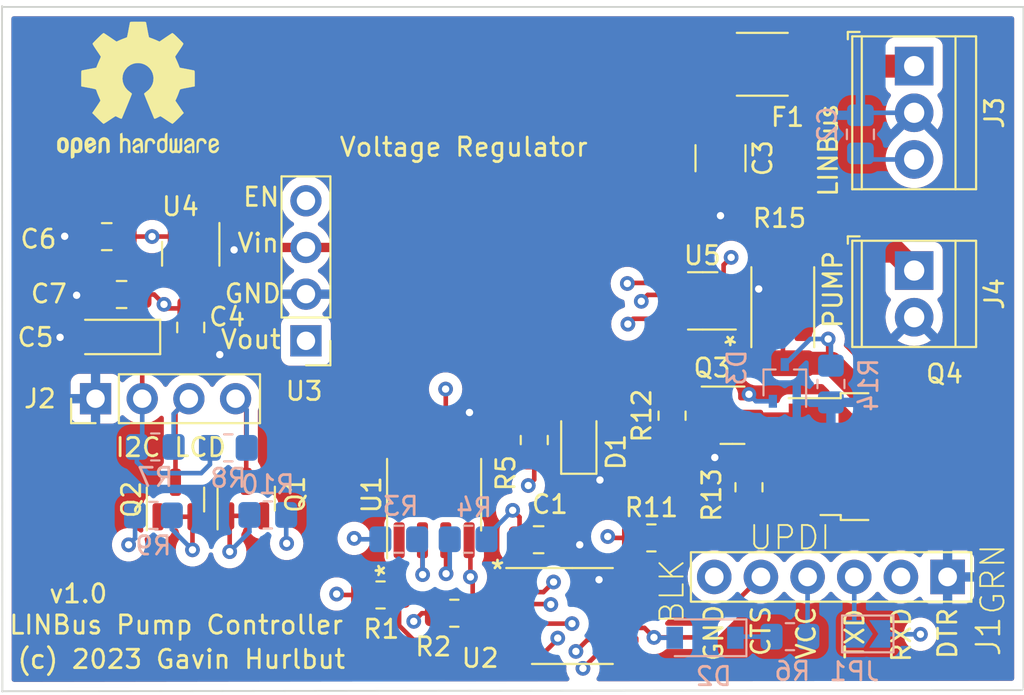
<source format=kicad_pcb>
(kicad_pcb (version 20211014) (generator pcbnew)
  (title_block (title "LINBus Pump Controller") (date "2023-03-02") (rev "1.0") (company "Gavin Hurlbut"))
  (layers (0 "F.Cu" signal) (1 "In1.Cu" signal) (2 "In2.Cu" signal) (31 "B.Cu" signal) (34 "B.Paste" user) (35 "F.Paste" user) (36 "B.SilkS" user "B.Silkscreen") (37 "F.SilkS" user "F.Silkscreen") (38 "B.Mask" user) (39 "F.Mask" user) (44 "Edge.Cuts" user))
  (net 0 "")
  (net 1 "GND")
  (net 2 "+5V")
  (net 3 "LIN")
  (net 4 "TXD")
  (net 5 "RXD")
  (net 6 "~{LIN_SLP}")
  (net 7 "~{LIN_WAKE}")
  (net 8 "+12V")
  (net 9 "UPDI")
  (net 10 "+BATT")
  (net 12 "Net-(J1-Pad3)")
  (net 13 "+3V3")
  (net 14 "SCL5V")
  (net 15 "SDA5V")
  (net 16 "Net-(J1-Pad4)")
  (net 18 "Net-(R5-Pad1)")
  (net 19 "Net-(D1-Pad2)")
  (net 20 "Net-(D2-Pad1)")
  (net 21 "PUMP+")
  (net 22 "PUMP_EN")
  (net 25 "~{RESET}")
  (net 27 "Net-(Q3-Pad1)")
  (net 28 "Net-(Q3-Pad3)")
  (net 29 "SCL")
  (net 30 "SDA")
  (net 31 "Net-(U5-Pad1)")
  (footprint "Resistor_SMD:R_0805_2012Metric_Pad1.20x1.40mm_HandSolder" (layer "F.Cu") (at 215.71 86.92 90)
    (fp_text reference "R13" (at -0.42 -2.03 90) (layer "F.SilkS"))
    (fp_text value "10k")
    (pad "1" smd roundrect (at -1 0 90) (size 1.2 1.4) (layers "F.Cu" "F.Paste" "F.Mask") (roundrect_rratio 0.2083333333) (net 8 "+12V"))
    (pad "2" smd roundrect (at 1 0 90) (size 1.2 1.4) (layers "F.Cu" "F.Paste" "F.Mask") (roundrect_rratio 0.2083333333) (net 28 "Net-(Q3-Pad3)"))
  )
  (footprint "Connector_PinHeader_2.54mm:PinHeader_1x04_P2.54mm_Vertical" (layer "F.Cu") (at 180.15 82.1 90)
    (fp_text reference "J2" (at 0 -3.025 180) (layer "F.SilkS"))
    (fp_text value "I2C LCD")
    (pad "1" thru_hole rect (at 0 0 90) (size 1.7 1.7) (drill 1) (layers *.Cu *.Mask) (net 1 "GND"))
    (pad "2" thru_hole oval (at 0 2.54 90) (size 1.7 1.7) (drill 1) (layers *.Cu *.Mask) (net 2 "+5V"))
    (pad "3" thru_hole oval (at 0 5.08 90) (size 1.7 1.7) (drill 1) (layers *.Cu *.Mask) (net 15 "SDA5V"))
    (pad "4" thru_hole oval (at 0 7.62 90) (size 1.7 1.7) (drill 1) (layers *.Cu *.Mask) (net 14 "SCL5V"))
  )
  (footprint "Package_SO:SOIC-8_3.9x4.9mm_P1.27mm" (layer "F.Cu") (at 198.575 87.325 90)
    (fp_text reference "U1" (at 0 -3.4 90) (layer "F.SilkS"))
    (fp_text value "TJA1021T")
    (fp_text user "*" (at -4.125 -2.625 90 unlocked) (layer "F.SilkS"))
    (pad "1" smd roundrect (at -2.475 -1.905 90) (size 1.95 0.6) (layers "F.Cu" "F.Paste" "F.Mask") (net 5 "RXD"))
    (pad "2" smd roundrect (at -2.475 -0.635 90) (size 1.95 0.6) (layers "F.Cu" "F.Paste" "F.Mask") (net 6 "~{LIN_SLP}"))
    (pad "3" smd roundrect (at -2.475 0.635 90) (size 1.95 0.6) (layers "F.Cu" "F.Paste" "F.Mask") (net 7 "~{LIN_WAKE}"))
    (pad "4" smd roundrect (at -2.475 1.905 90) (size 1.95 0.6) (layers "F.Cu" "F.Paste" "F.Mask") (net 4 "TXD"))
    (pad "5" smd roundrect (at 2.475 1.905 90) (size 1.95 0.6) (layers "F.Cu" "F.Paste" "F.Mask") (net 1 "GND"))
    (pad "6" smd roundrect (at 2.475 0.635 90) (size 1.95 0.6) (layers "F.Cu" "F.Paste" "F.Mask") (net 3 "LIN"))
    (pad "7" smd roundrect (at 2.475 -0.635 90) (size 1.95 0.6) (layers "F.Cu" "F.Paste" "F.Mask") (net 8 "+12V"))
    (pad "8" smd roundrect (at 2.475 -1.905 90) (size 1.95 0.6) (layers "F.Cu" "F.Paste" "F.Mask"))
  )
  (footprint "Package_TO_SOT_SMD:SOT-23" (layer "F.Cu") (at 188.35 87.5375 90)
    (fp_text reference "Q1" (at 0.2375 2.675 90) (layer "F.SilkS"))
    (fp_text value "2N7002")
    (pad "1" smd roundrect (at -0.9375 -0.95 90) (size 1.475 0.6) (layers "F.Cu" "F.Paste" "F.Mask") (net 29 "SCL"))
    (pad "2" smd roundrect (at -0.9375 0.95 90) (size 1.475 0.6) (layers "F.Cu" "F.Paste" "F.Mask") (net 29 "SCL"))
    (pad "3" smd roundrect (at 0.9375 0 90) (size 1.475 0.6) (layers "F.Cu" "F.Paste" "F.Mask") (net 14 "SCL5V"))
  )
  (footprint "Package_SO:TSSOP-14_4.4x5mm_P0.65mm" (layer "F.Cu") (at 206.1 93.925)
    (fp_text reference "U2" (at -5.02 2.295) (layer "F.SilkS"))
    (fp_text value "ATtiny824-X")
    (fp_text user "*" (at -4.075 -2.5 unlocked) (layer "F.SilkS"))
    (pad "1" smd roundrect (at -2.8625 -1.95) (size 1.475 0.4) (layers "F.Cu" "F.Paste" "F.Mask") (net 13 "+3V3"))
    (pad "2" smd roundrect (at -2.8625 -1.3) (size 1.475 0.4) (layers "F.Cu" "F.Paste" "F.Mask") (net 6 "~{LIN_SLP}"))
    (pad "3" smd roundrect (at -2.8625 -0.65) (size 1.475 0.4) (layers "F.Cu" "F.Paste" "F.Mask") (net 7 "~{LIN_WAKE}"))
    (pad "4" smd roundrect (at -2.8625 0) (size 1.475 0.4) (layers "F.Cu" "F.Paste" "F.Mask"))
    (pad "5" smd roundrect (at -2.8625 0.65) (size 1.475 0.4) (layers "F.Cu" "F.Paste" "F.Mask") (net 18 "Net-(R5-Pad1)"))
    (pad "6" smd roundrect (at -2.8625 1.3) (size 1.475 0.4) (layers "F.Cu" "F.Paste" "F.Mask") (net 5 "RXD"))
    (pad "7" smd roundrect (at -2.8625 1.95) (size 1.475 0.4) (layers "F.Cu" "F.Paste" "F.Mask") (net 4 "TXD"))
    (pad "8" smd roundrect (at 2.8625 1.95) (size 1.475 0.4) (layers "F.Cu" "F.Paste" "F.Mask") (net 30 "SDA"))
    (pad "9" smd roundrect (at 2.8625 1.3) (size 1.475 0.4) (layers "F.Cu" "F.Paste" "F.Mask") (net 29 "SCL"))
    (pad "10" smd roundrect (at 2.8625 0.65) (size 1.475 0.4) (layers "F.Cu" "F.Paste" "F.Mask") (net 9 "UPDI"))
    (pad "11" smd roundrect (at 2.8625 0) (size 1.475 0.4) (layers "F.Cu" "F.Paste" "F.Mask") (net 22 "PUMP_EN"))
    (pad "12" smd roundrect (at 2.8625 -0.65) (size 1.475 0.4) (layers "F.Cu" "F.Paste" "F.Mask"))
    (pad "13" smd roundrect (at 2.8625 -1.3) (size 1.475 0.4) (layers "F.Cu" "F.Paste" "F.Mask") (net 25 "~{RESET}"))
    (pad "14" smd roundrect (at 2.8625 -1.95) (size 1.475 0.4) (layers "F.Cu" "F.Paste" "F.Mask") (net 1 "GND"))
  )
  (footprint "Resistor_SMD:R_0805_2012Metric_Pad1.20x1.40mm_HandSolder" (layer "F.Cu") (at 195.66 92.78)
    (fp_text reference "R1" (at 0.04 1.86) (layer "F.SilkS"))
    (fp_text value "10k")
    (pad "1" smd roundrect (at -1 0) (size 1.2 1.4) (layers "F.Cu" "F.Paste" "F.Mask") (roundrect_rratio 0.2083333333) (net 13 "+3V3"))
    (pad "2" smd roundrect (at 1 0) (size 1.2 1.4) (layers "F.Cu" "F.Paste" "F.Mask") (roundrect_rratio 0.2083333333) (net 5 "RXD"))
  )
  (footprint "Capacitor_SMD:C_0805_2012Metric_Pad1.18x1.45mm_HandSolder" (layer "F.Cu") (at 204.2625 89.775 180)
    (fp_text reference "C1" (at -0.6125 1.925) (layer "F.SilkS"))
    (fp_text value "100nF")
    (pad "1" smd roundrect (at -1.0375 0 180) (size 1.175 1.45) (layers "F.Cu" "F.Paste" "F.Mask") (roundrect_rratio 0.2127659574) (net 1 "GND"))
    (pad "2" smd roundrect (at 1.0375 0 180) (size 1.175 1.45) (layers "F.Cu" "F.Paste" "F.Mask") (roundrect_rratio 0.2127659574) (net 13 "+3V3"))
  )
  (footprint "Resistor_SMD:R_0805_2012Metric_Pad1.20x1.40mm_HandSolder" (layer "F.Cu") (at 204.025 84.35 90)
    (fp_text reference "R5" (at -1.8 -1.55 90) (layer "F.SilkS"))
    (fp_text value "330")
    (pad "1" smd roundrect (at -1 0 90) (size 1.2 1.4) (layers "F.Cu" "F.Paste" "F.Mask") (roundrect_rratio 0.2083333333) (net 18 "Net-(R5-Pad1)"))
    (pad "2" smd roundrect (at 1 0 90) (size 1.2 1.4) (layers "F.Cu" "F.Paste" "F.Mask") (roundrect_rratio 0.2083333333) (net 19 "Net-(D1-Pad2)"))
  )
  (footprint "Package_TO_SOT_SMD:SOT-23" (layer "F.Cu") (at 185.33 74.2125 -90)
    (fp_text reference "U4" (at -2.5725 0.56 180) (layer "F.SilkS"))
    (fp_text value "MCP1754S-3302xCB")
    (pad "1" smd roundrect (at -0.9375 -0.95 270) (size 1.475 0.6) (layers "F.Cu" "F.Paste" "F.Mask") (net 1 "GND"))
    (pad "2" smd roundrect (at -0.9375 0.95 270) (size 1.475 0.6) (layers "F.Cu" "F.Paste" "F.Mask") (net 13 "+3V3"))
    (pad "3" smd roundrect (at 0.9375 0 270) (size 1.475 0.6) (layers "F.Cu" "F.Paste" "F.Mask") (net 2 "+5V"))
  )
  (footprint "Capacitor_SMD:C_1210_3225Metric_Pad1.33x2.70mm_HandSolder" (layer "F.Cu") (at 214.16 69.0125 -90)
    (fp_text reference "C3" (at 0 -2.3 90) (layer "F.SilkS"))
    (fp_text value "10uF 100V")
    (pad "1" smd roundrect (at -1.5625 0 270) (size 1.325 2.7) (layers "F.Cu" "F.Paste" "F.Mask") (roundrect_rratio 0.1886792453) (net 8 "+12V"))
    (pad "2" smd roundrect (at 1.5625 0 270) (size 1.325 2.7) (layers "F.Cu" "F.Paste" "F.Mask") (roundrect_rratio 0.1886792453) (net 1 "GND"))
  )
  (footprint "Capacitor_SMD:C_0805_2012Metric_Pad1.18x1.45mm_HandSolder" (layer "F.Cu") (at 180.76 73.28 180)
    (fp_text reference "C6" (at 3.72 -0.13) (layer "F.SilkS"))
    (fp_text value "1uF")
    (pad "1" smd roundrect (at -1.0375 0 180) (size 1.175 1.45) (layers "F.Cu" "F.Paste" "F.Mask") (roundrect_rratio 0.2127659574) (net 13 "+3V3"))
    (pad "2" smd roundrect (at 1.0375 0 180) (size 1.175 1.45) (layers "F.Cu" "F.Paste" "F.Mask") (roundrect_rratio 0.2127659574) (net 1 "GND"))
  )
  (footprint "Resistor_SMD:R_0805_2012Metric_Pad1.20x1.40mm_HandSolder" (layer "F.Cu") (at 210.4 89.675)
    (fp_text reference "R11" (at 0 -1.65) (layer "F.SilkS"))
    (fp_text value "10k")
    (pad "1" smd roundrect (at -1 0) (size 1.2 1.4) (layers "F.Cu" "F.Paste" "F.Mask") (roundrect_rratio 0.2083333333) (net 13 "+3V3"))
    (pad "2" smd roundrect (at 1 0) (size 1.2 1.4) (layers "F.Cu" "F.Paste" "F.Mask") (roundrect_rratio 0.2083333333) (net 22 "PUMP_EN"))
  )
  (footprint "Capacitor_SMD:C_0805_2012Metric_Pad1.18x1.45mm_HandSolder" (layer "F.Cu") (at 185.33 78.2225 -90)
    (fp_text reference "C4" (at -0.5725 -1.98 180) (layer "F.SilkS"))
    (fp_text value "1uF")
    (pad "1" smd roundrect (at -1.0375 0 270) (size 1.175 1.45) (layers "F.Cu" "F.Paste" "F.Mask") (roundrect_rratio 0.2127659574) (net 2 "+5V"))
    (pad "2" smd roundrect (at 1.0375 0 270) (size 1.175 1.45) (layers "F.Cu" "F.Paste" "F.Mask") (roundrect_rratio 0.2127659574) (net 1 "GND"))
  )
  (footprint "Capacitor_SMD:C_0805_2012Metric_Pad1.18x1.45mm_HandSolder" (layer "F.Cu") (at 181.5675 76.43 180)
    (fp_text reference "C7" (at 3.9575 0.04) (layer "F.SilkS"))
    (fp_text value "10uF")
    (pad "1" smd roundrect (at -1.0375 0 180) (size 1.175 1.45) (layers "F.Cu" "F.Paste" "F.Mask") (roundrect_rratio 0.2127659574) (net 2 "+5V"))
    (pad "2" smd roundrect (at 1.0375 0 180) (size 1.175 1.45) (layers "F.Cu" "F.Paste" "F.Mask") (roundrect_rratio 0.2127659574) (net 1 "GND"))
  )
  (footprint "TerminalBlock_TE-Connectivity:TerminalBlock_TE_282834-2_1x02_P2.54mm_Horizontal" (layer "F.Cu") (at 224.7 75.125 -90)
    (fp_text reference "J4" (at 1.27 -4.37 90) (layer "F.SilkS"))
    (fp_text value "PUMP" (at 1.035 4.42 90) (layer "F.SilkS"))
    (pad "1" thru_hole rect (at 0 0 270) (size 2.1 2.1) (drill 1.1) (layers *.Cu *.Mask) (net 21 "PUMP+"))
    (pad "2" thru_hole circle (at 2.54 0 270) (size 2.1 2.1) (drill 1.1) (layers *.Cu *.Mask) (net 1 "GND"))
  )
  (footprint "Beirdo:Switching_Regulator_Module" (layer "F.Cu") (at 191.6277 79.0474 180)
    (fp_text reference "U3" (at 0.127 -2.6416 180) (layer "F.SilkS"))
    (fp_text value "Voltage Regulator" (at -8.5598 10.6426 180) (layer "F.SilkS"))
    (fp_text user "Vout" (at 3.0277 0.1724 180) (layer "F.SilkS"))
    (fp_text user "EN" (at 2.4638 7.9248 180) (layer "F.SilkS"))
    (fp_text user "Vin" (at 2.6277 5.4224 180) (layer "F.SilkS"))
    (fp_text user "GND" (at 2.921 2.667 180) (layer "F.SilkS"))
    (pad "1" thru_hole rect (at 0.0277 0.0974 180) (size 1.7 1.7) (drill 1) (layers *.Cu *.Mask) (net 2 "+5V"))
    (pad "2" thru_hole oval (at 0.0277 2.6374 180) (size 1.7 1.7) (drill 1) (layers *.Cu *.Mask) (net 1 "GND"))
    (pad "3" thru_hole oval (at 0.0277 5.1774 180) (size 1.7 1.7) (drill 1) (layers *.Cu *.Mask) (net 8 "+12V"))
    (pad "4" thru_hole oval (at 0.0277 7.7174 180) (size 1.7 1.7) (drill 1) (layers *.Cu *.Mask))
  )
  (footprint "Resistor_SMD:R_1812_4532Metric_Pad1.30x3.40mm_HandSolder" (layer "F.Cu") (at 216.435 63.9 180)
    (fp_text reference "F1" (at -1.375 -2.88) (layer "F.SilkS"))
    (fp_text value "3A Polyfuse")
    (pad "1" smd roundrect (at -2.225 0 180) (size 1.3 3.4) (layers "F.Cu" "F.Paste" "F.Mask") (roundrect_rratio 0.1923076923) (net 10 "+BATT"))
    (pad "2" smd roundrect (at 2.225 0 180) (size 1.3 3.4) (layers "F.Cu" "F.Paste" "F.Mask") (roundrect_rratio 0.1923076923) (net 8 "+12V"))
  )
  (footprint "LED_SMD:LED_0805_2012Metric_Pad1.15x1.40mm_HandSolder" (layer "F.Cu") (at 206.45 84.325 90)
    (fp_text reference "D1" (at -0.675 2.025 90) (layer "F.SilkS"))
    (fp_text value "LED")
    (pad "1" smd roundrect (at -1.025 0 90) (size 1.15 1.4) (layers "F.Cu" "F.Paste" "F.Mask") (roundrect_rratio 0.2173913043) (net 1 "GND"))
    (pad "2" smd roundrect (at 1.025 0 90) (size 1.15 1.4) (layers "F.Cu" "F.Paste" "F.Mask") (roundrect_rratio 0.2173913043) (net 19 "Net-(D1-Pad2)"))
  )
  (footprint "Capacitor_Tantalum_SMD:CP_EIA-3216-10_Kemet-I_Pad1.58x1.35mm_HandSolder" (layer "F.Cu") (at 181.1825 78.74 180)
    (fp_text reference "C5" (at 4.3025 -0.02) (layer "F.SilkS"))
    (fp_text value "100uF Ta 6V")
    (pad "1" smd roundrect (at -1.4375 0 180) (size 1.575 1.35) (layers "F.Cu" "F.Paste" "F.Mask") (roundrect_rratio 0.1851851852) (net 2 "+5V"))
    (pad "2" smd roundrect (at 1.4375 0 180) (size 1.575 1.35) (layers "F.Cu" "F.Paste" "F.Mask") (roundrect_rratio 0.1851851852) (net 1 "GND"))
  )
  (footprint "Package_TO_SOT_SMD:SOT-23" (layer "F.Cu") (at 214.8125 83)
    (fp_text reference "Q3" (at -1.1125 -2.575) (layer "F.SilkS"))
    (fp_text value "2N7002")
    (pad "1" smd roundrect (at -0.9375 -0.95) (size 1.475 0.6) (layers "F.Cu" "F.Paste" "F.Mask") (net 27 "Net-(Q3-Pad1)"))
    (pad "2" smd roundrect (at -0.9375 0.95) (size 1.475 0.6) (layers "F.Cu" "F.Paste" "F.Mask") (net 1 "GND"))
    (pad "3" smd roundrect (at 0.9375 0) (size 1.475 0.6) (layers "F.Cu" "F.Paste" "F.Mask") (net 28 "Net-(Q3-Pad3)"))
  )
  (footprint "Package_TO_SOT_SMD:TO-252-2" (layer "F.Cu") (at 223.175 85.25)
    (fp_text reference "Q4" (at 3.175 -4.5) (layer "F.SilkS"))
    (fp_text value "SUD50P04-08")
    (pad "1" smd rect (at -4.2 -2.28) (size 2.2 1.2) (layers "F.Cu" "F.Paste" "F.Mask") (net 28 "Net-(Q3-Pad3)"))
    (pad "2" smd rect (at 2.1 0) (size 6.4 5.8) (layers "F.Cu" "F.Mask") (net 31 "Net-(U5-Pad1)"))
    (pad "3" smd rect (at -4.2 2.28) (size 2.2 1.2) (layers "F.Cu" "F.Paste" "F.Mask") (net 8 "+12V"))
  )
  (footprint "TerminalBlock_TE-Connectivity:TerminalBlock_TE_282834-3_1x03_P2.54mm_Horizontal" (layer "F.Cu") (at 224.7 64 -90)
    (fp_text reference "J3" (at 2.54 -4.37 90) (layer "F.SilkS"))
    (fp_text value "LINBus")
    (pad "1" thru_hole rect (at 0 0 270) (size 2.1 2.1) (drill 1.1) (layers *.Cu *.Mask) (net 10 "+BATT"))
    (pad "2" thru_hole circle (at 2.54 0 270) (size 2.1 2.1) (drill 1.1) (layers *.Cu *.Mask) (net 1 "GND"))
    (pad "3" thru_hole circle (at 5.08 0 270) (size 2.1 2.1) (drill 1.1) (layers *.Cu *.Mask) (net 3 "LIN"))
  )
  (footprint "Resistor_SMD:R_0805_2012Metric_Pad1.20x1.40mm_HandSolder" (layer "F.Cu") (at 211.525 83.025 90)
    (fp_text reference "R12" (at 0 -1.65 90) (layer "F.SilkS"))
    (fp_text value "10R")
    (pad "1" smd roundrect (at -1 0 90) (size 1.2 1.4) (layers "F.Cu" "F.Paste" "F.Mask") (roundrect_rratio 0.2083333333) (net 22 "PUMP_EN"))
    (pad "2" smd roundrect (at 1 0 90) (size 1.2 1.4) (layers "F.Cu" "F.Paste" "F.Mask") (roundrect_rratio 0.2083333333) (net 27 "Net-(Q3-Pad1)"))
  )
  (footprint "Package_TO_SOT_SMD:SOT-23" (layer "F.Cu") (at 184.5 87.5875 90)
    (fp_text reference "Q2" (at 0 -2.4 90) (layer "F.SilkS"))
    (fp_text value "2N7002")
    (pad "1" smd roundrect (at -0.9375 -0.95 90) (size 1.475 0.6) (layers "F.Cu" "F.Paste" "F.Mask") (net 30 "SDA"))
    (pad "2" smd roundrect (at -0.9375 0.95 90) (size 1.475 0.6) (layers "F.Cu" "F.Paste" "F.Mask") (net 30 "SDA"))
    (pad "3" smd roundrect (at 0.9375 0 90) (size 1.475 0.6) (layers "F.Cu" "F.Paste" "F.Mask") (net 15 "SDA5V"))
  )
  (footprint "Resistor_SMD:R_0805_2012Metric_Pad1.20x1.40mm_HandSolder" (layer "F.Cu") (at 199.675 93.775)
    (fp_text reference "R2" (at -1.145 1.825) (layer "F.SilkS"))
    (fp_text value "10k")
    (pad "1" smd roundrect (at -1 0) (size 1.2 1.4) (layers "F.Cu" "F.Paste" "F.Mask") (roundrect_rratio 0.2083333333) (net 13 "+3V3"))
    (pad "2" smd roundrect (at 1 0) (size 1.2 1.4) (layers "F.Cu" "F.Paste" "F.Mask") (roundrect_rratio 0.2083333333) (net 4 "TXD"))
  )
  (footprint "Resistor_SMD:R_2512_6332Metric_Pad1.40x3.35mm_HandSolder" (layer "F.Cu") (at 217.55 77.12 -90)
    (fp_text reference "R15" (at -4.84 0.18 180) (layer "F.SilkS"))
    (fp_text value "100m 1% 2W")
    (pad "1" smd roundrect (at -3.05 0 270) (size 1.4 3.35) (layers "F.Cu" "F.Paste" "F.Mask") (roundrect_rratio 0.1785707143) (net 21 "PUMP+"))
    (pad "2" smd roundrect (at 3.05 0 270) (size 1.4 3.35) (layers "F.Cu" "F.Paste" "F.Mask") (roundrect_rratio 0.1785707143) (net 31 "Net-(U5-Pad1)"))
  )
  (footprint "Package_TO_SOT_SMD:SOT-23-8" (layer "F.Cu") (at 213.1925 76.775 180)
    (fp_text reference "U5" (at 0.0225 2.465) (layer "F.SilkS"))
    (fp_text value "INA219BxDCN")
    (fp_text user "*" (at -1.4975 -1.855 180 unlocked) (layer "F.SilkS"))
    (pad "1" smd roundrect (at -1.1375 -0.975 180) (size 1.325 0.5) (layers "F.Cu" "F.Paste" "F.Mask") (net 31 "Net-(U5-Pad1)"))
    (pad "2" smd roundrect (at -1.1375 -0.325 180) (size 1.325 0.5) (layers "F.Cu" "F.Paste" "F.Mask") (net 21 "PUMP+"))
    (pad "3" smd roundrect (at -1.1375 0.325 180) (size 1.325 0.5) (layers "F.Cu" "F.Paste" "F.Mask") (net 1 "GND"))
    (pad "4" smd roundrect (at -1.1375 0.975 180) (size 1.325 0.5) (layers "F.Cu" "F.Paste" "F.Mask") (net 13 "+3V3"))
    (pad "5" smd roundrect (at 1.1375 0.975 180) (size 1.325 0.5) (layers "F.Cu" "F.Paste" "F.Mask") (net 29 "SCL"))
    (pad "6" smd roundrect (at 1.1375 0.325 180) (size 1.325 0.5) (layers "F.Cu" "F.Paste" "F.Mask") (net 30 "SDA"))
    (pad "7" smd roundrect (at 1.1375 -0.325 180) (size 1.325 0.5) (layers "F.Cu" "F.Paste" "F.Mask") (net 29 "SCL"))
    (pad "8" smd roundrect (at 1.1375 -0.975 180) (size 1.325 0.5) (layers "F.Cu" "F.Paste" "F.Mask") (net 29 "SCL"))
  )
  (footprint "Symbol:OSHW-Logo2_9.8x8mm_SilkScreen" (layer "F.Cu") (at 182.46 65.3)
    (fp_text reference "REF**" hide)
    (fp_text value "OSHW-Logo2_9.8x8mm_SilkScreen" hide)
  )
  (footprint "Beirdo:FTDI-TARGET" (layer "F.Cu") (at 226.52 91.8 180)
    (fp_text reference "J1" (at -2.22 -3.24 270) (layer "F.SilkS") (effects (font (size 1.27 1.27) (thickness 0.127))))
    (fp_text value "UPDI" (at 8.59 2.14 180) (layer "F.SilkS") (effects (font (size 1.27 1.27) (thickness 0.1016))))
    (fp_text user "DTR" (at 0 -3.0734 270) (layer "F.SilkS"))
    (fp_text user "RXD" (at 2.5146 -3.1496 270) (layer "F.SilkS"))
    (fp_text user "GRN" (at -2.46 -0.13 90) (layer "F.SilkS") (effects (font (size 1.27 1.27) (thickness 0.1016))))
    (fp_text user "CTS" (at 10.16 -2.9464 270) (layer "F.SilkS"))
    (fp_text user "TXD" (at 5.0546 -3.0988 270) (layer "F.SilkS"))
    (fp_text user "BLK" (at 15 -0.79 90) (layer "F.SilkS") (effects (font (size 1.27 1.27) (thickness 0.1016))))
    (fp_text user "GND" (at 12.7254 -3.048 270) (layer "F.SilkS"))
    (fp_text user "VCC" (at 7.6962 -3.048 270) (layer "F.SilkS"))
    (pad "1" thru_hole rect (at 0 0 180) (size 1.8796 1.8796) (drill 1.016) (layers *.Cu *.Paste *.Mask) (net 1 "GND"))
    (pad "2" thru_hole circle (at 2.54 0 180) (size 1.8796 1.8796) (drill 1.016) (layers *.Cu *.Paste *.Mask))
    (pad "3" thru_hole circle (at 5.08 0 180) (size 1.8796 1.8796) (drill 1.016) (layers *.Cu *.Paste *.Mask) (net 12 "Net-(J1-Pad3)"))
    (pad "4" thru_hole circle (at 7.62 0 180) (size 1.8796 1.8796) (drill 1.016) (layers *.Cu *.Paste *.Mask) (net 16 "Net-(J1-Pad4)"))
    (pad "5" thru_hole circle (at 10.16 0 180) (size 1.8796 1.8796) (drill 1.016) (layers *.Cu *.Paste *.Mask) (net 9 "UPDI"))
    (pad "6" thru_hole circle (at 12.7 0 180) (size 1.8796 1.8796) (drill 1.016) (layers *.Cu *.Paste *.Mask))
  )
  (footprint "Resistor_SMD:R_0805_2012Metric_Pad1.20x1.40mm_HandSolder" (layer "B.Cu") (at 217.94 95.05)
    (fp_text reference "R6" (at 0.13 1.88 180) (layer "B.SilkS") (effects (justify mirror)))
    (fp_text value "470R")
    (pad "1" smd roundrect (at -1 0) (size 1.2 1.4) (layers "B.Cu" "B.Paste" "B.Mask") (roundrect_rratio 0.2083333333) (net 20 "Net-(D2-Pad1)"))
    (pad "2" smd roundrect (at 1 0) (size 1.2 1.4) (layers "B.Cu" "B.Paste" "B.Mask") (roundrect_rratio 0.2083333333) (net 16 "Net-(J1-Pad4)"))
  )
  (footprint "Resistor_SMD:R_0805_2012Metric_Pad1.20x1.40mm_HandSolder" (layer "B.Cu") (at 196.65 89.75)
    (fp_text reference "R3" (at 0.1 -1.8) (layer "B.SilkS") (effects (justify mirror)))
    (fp_text value "10k")
    (pad "1" smd roundrect (at -1 0) (size 1.2 1.4) (layers "B.Cu" "B.Paste" "B.Mask") (roundrect_rratio 0.2083333333) (net 13 "+3V3"))
    (pad "2" smd roundrect (at 1 0) (size 1.2 1.4) (layers "B.Cu" "B.Paste" "B.Mask") (roundrect_rratio 0.2083333333) (net 6 "~{LIN_SLP}"))
  )
  (footprint "Resistor_SMD:R_0805_2012Metric_Pad1.20x1.40mm_HandSolder" (layer "B.Cu") (at 183.4 84.725)
    (fp_text reference "R7" (at 0 1.65) (layer "B.SilkS") (effects (justify mirror)))
    (fp_text value "10k")
    (pad "1" smd roundrect (at -1 0) (size 1.2 1.4) (layers "B.Cu" "B.Paste" "B.Mask") (roundrect_rratio 0.2083333333) (net 2 "+5V"))
    (pad "2" smd roundrect (at 1 0) (size 1.2 1.4) (layers "B.Cu" "B.Paste" "B.Mask") (roundrect_rratio 0.2083333333) (net 15 "SDA5V"))
  )
  (footprint "Resistor_SMD:R_0805_2012Metric_Pad1.20x1.40mm_HandSolder" (layer "B.Cu") (at 200.425 89.75 180)
    (fp_text reference "R4" (at -0.325 1.725) (layer "B.SilkS") (effects (justify mirror)))
    (fp_text value "10k")
    (pad "1" smd roundrect (at -1 0 180) (size 1.2 1.4) (layers "B.Cu" "B.Paste" "B.Mask") (roundrect_rratio 0.2083333333) (net 13 "+3V3"))
    (pad "2" smd roundrect (at 1 0 180) (size 1.2 1.4) (layers "B.Cu" "B.Paste" "B.Mask") (roundrect_rratio 0.2083333333) (net 7 "~{LIN_WAKE}"))
  )
  (footprint "Capacitor_SMD:C_0805_2012Metric_Pad1.18x1.45mm_HandSolder" (layer "B.Cu") (at 221.775 67.7125 90)
    (fp_text reference "C2" (at 0.5375 -1.8 90) (layer "B.SilkS") (effects (justify mirror)))
    (fp_text value "220pF")
    (pad "1" smd roundrect (at -1.0375 0 90) (size 1.175 1.45) (layers "B.Cu" "B.Paste" "B.Mask") (roundrect_rratio 0.2127659574) (net 3 "LIN"))
    (pad "2" smd roundrect (at 1.0375 0 90) (size 1.175 1.45) (layers "B.Cu" "B.Paste" "B.Mask") (roundrect_rratio 0.2127659574) (net 1 "GND"))
  )
  (footprint "Resistor_SMD:R_0805_2012Metric_Pad1.20x1.40mm_HandSolder" (layer "B.Cu") (at 187.375 84.775)
    (fp_text reference "R8" (at 0 1.65) (layer "B.SilkS") (effects (justify mirror)))
    (fp_text value "10k")
    (pad "1" smd roundrect (at -1 0) (size 1.2 1.4) (layers "B.Cu" "B.Paste" "B.Mask") (roundrect_rratio 0.2083333333) (net 2 "+5V"))
    (pad "2" smd roundrect (at 1 0) (size 1.2 1.4) (layers "B.Cu" "B.Paste" "B.Mask") (roundrect_rratio 0.2083333333) (net 14 "SCL5V"))
  )
  (footprint "Resistor_SMD:R_0805_2012Metric_Pad1.20x1.40mm_HandSolder" (layer "B.Cu") (at 183.3 88.45)
    (fp_text reference "R9" (at 0 1.65) (layer "B.SilkS") (effects (justify mirror)))
    (fp_text value "10k")
    (pad "1" smd roundrect (at -1 0) (size 1.2 1.4) (layers "B.Cu" "B.Paste" "B.Mask") (roundrect_rratio 0.2083333333) (net 13 "+3V3"))
    (pad "2" smd roundrect (at 1 0) (size 1.2 1.4) (layers "B.Cu" "B.Paste" "B.Mask") (roundrect_rratio 0.2083333333) (net 30 "SDA"))
  )
  (footprint "Package_TO_SOT_SMD:SOT-323_SC-70" (layer "B.Cu") (at 217.66 81.24 90)
    (fp_text reference "D3" (at 0.83 -2.61 90) (layer "B.SilkS") (effects (justify mirror)))
    (fp_text value "BAT54SW")
    (pad "1" smd rect (at -1 0.65 180) (size 0.45 0.7) (layers "B.Cu" "B.Paste" "B.Mask") (net 1 "GND"))
    (pad "2" smd rect (at -1 -0.65 180) (size 0.45 0.7) (layers "B.Cu" "B.Paste" "B.Mask") (net 8 "+12V"))
    (pad "3" smd rect (at 1 0 180) (size 0.45 0.7) (layers "B.Cu" "B.Paste" "B.Mask") (net 31 "Net-(U5-Pad1)"))
  )
  (footprint "Jumper:SolderJumper-2_P1.3mm_Open_TrianglePad1.0x1.5mm" (layer "B.Cu") (at 222.175 94.9)
    (fp_text reference "JP1" (at -0.735 2.05) (layer "B.SilkS") (effects (justify mirror)))
    (fp_text value "Solder Jumper")
    (pad "1" smd custom (at -0.725 0) (size 0.3 0.3) (layers "B.Cu" "B.Mask") (net 12 "Net-(J1-Pad3)") (options (clearance outline) (anchor rect)) (primitives (gr_poly (pts (xy 1 0) (xy 0.5 -0.75) (xy -0.5 -0.75) (xy -0.5 0.75) (xy 0.5 0.75)) (width 0) (fill yes))))
    (pad "2" smd custom (at 0.725 0) (size 0.3 0.3) (layers "B.Cu" "B.Mask") (net 13 "+3V3") (options (clearance outline) (anchor rect)) (primitives (gr_poly (pts (xy 0.5 -0.75) (xy -0.65 -0.75) (xy -0.15 0) (xy -0.65 0.75) (xy 0.5 0.75)) (width 0) (fill yes))))
  )
  (footprint "Resistor_SMD:R_0805_2012Metric_Pad1.20x1.40mm_HandSolder" (layer "B.Cu") (at 189.525 88.425 180)
    (fp_text reference "R10" (at 0 1.65) (layer "B.SilkS") (effects (justify mirror)))
    (fp_text value "10k")
    (pad "1" smd roundrect (at -1 0 180) (size 1.2 1.4) (layers "B.Cu" "B.Paste" "B.Mask") (roundrect_rratio 0.2083333333) (net 13 "+3V3"))
    (pad "2" smd roundrect (at 1 0 180) (size 1.2 1.4) (layers "B.Cu" "B.Paste" "B.Mask") (roundrect_rratio 0.2083333333) (net 29 "SCL"))
  )
  (footprint "Diode_SMD:D_SOD-123" (layer "B.Cu") (at 213.32 95.11 180)
    (fp_text reference "D2" (at -0.47 -2.1) (layer "B.SilkS") (effects (justify mirror)))
    (fp_text value "BAT42W-V")
    (pad "1" smd rect (at -1.65 0 180) (size 0.9 1.2) (layers "B.Cu" "B.Paste" "B.Mask") (net 20 "Net-(D2-Pad1)"))
    (pad "2" smd rect (at 1.65 0 180) (size 0.9 1.2) (layers "B.Cu" "B.Paste" "B.Mask") (net 9 "UPDI"))
  )
  (footprint "Resistor_SMD:R_0805_2012Metric_Pad1.20x1.40mm_HandSolder" (layer "B.Cu") (at 220.17 81.3 -90)
    (fp_text reference "R14" (at 0.05 -2.05 90) (layer "B.SilkS") (effects (justify mirror)))
    (fp_text value "10R")
    (pad "1" smd roundrect (at -1 0 270) (size 1.2 1.4) (layers "B.Cu" "B.Paste" "B.Mask") (roundrect_rratio 0.2083333333) (net 31 "Net-(U5-Pad1)"))
    (pad "2" smd roundrect (at 1 0 270) (size 1.2 1.4) (layers "B.Cu" "B.Paste" "B.Mask") (roundrect_rratio 0.2083333333) (net 1 "GND"))
  )
  (gr_line (start 175.08 98.04) (end 175.06 60.73) (layer "Edge.Cuts") (width 0.1))
  (gr_line (start 230.57 97.96) (end 175.06 98.02) (layer "Edge.Cuts") (width 0.1))
  (gr_line (start 175.12 60.78) (end 230.65 60.78) (layer "Edge.Cuts") (width 0.1))
  (gr_line (start 230.65 60.84) (end 230.65 97.88) (layer "Edge.Cuts") (width 0.1))
  (gr_text "LINBus Pump Controller" (at 184.54 94.41) (layer "F.SilkS") (effects (font (size 1 1))))
  (gr_text "LINBus" (at 220.025 68.575 90) (layer "F.SilkS") (effects (font (size 1 1))))
  (gr_text "I2C LCD" (at 184.25 84.75) (layer "F.SilkS") (effects (font (size 1 1))))
  (gr_text "v1.0" (at 179.21 92.71) (layer "F.SilkS") (effects (font (size 1 1))))
  (gr_text "(c) 2023 Gavin Hurlbut" (at 184.82 96.28) (layer "F.SilkS") (effects (font (size 1 1))))
  (segment (start 180.53 76.43) (end 179.16 76.43) (width 0.25) (layer "F.Cu") (net 1))
  (segment (start 178.24 78.74) (end 178.22 78.76) (width 0.25) (layer "F.Cu") (net 1))
  (segment (start 208.9875 91.975) (end 207.575 91.975) (width 0.25) (layer "F.Cu") (net 1))
  (segment (start 179.7225 73.28) (end 178.49 73.28) (width 0.25) (layer "F.Cu") (net 1))
  (segment (start 186.47 79.26) (end 186.91 79.7) (width 0.25) (layer "F.Cu") (net 1))
  (segment (start 213.875 83.95) (end 213.875 85.275) (width 0.25) (layer "F.Cu") (net 1))
  (segment (start 200.48 84.85) (end 200.48 82.87) (width 0.25) (layer "F.Cu") (net 1))
  (segment (start 186.965 73.275) (end 187.69 74) (width 0.25) (layer "F.Cu") (net 1))
  (segment (start 179.745 78.74) (end 178.24 78.74) (width 0.25) (layer "F.Cu") (net 1))
  (segment (start 206.225 89.775) (end 205.3 89.775) (width 0.25) (layer "F.Cu") (net 1))
  (segment (start 185.33 79.26) (end 186.47 79.26) (width 0.25) (layer "F.Cu") (net 1))
  (segment (start 207.575 91.975) (end 207.55 91.95) (width 0.25) (layer "F.Cu") (net 1))
  (segment (start 214.33 76.45) (end 215.92 76.45) (width 0.25) (layer "F.Cu") (net 1))
  (segment (start 213.875 85.275) (end 213.85 85.3) (width 0.25) (layer "F.Cu") (net 1))
  (segment (start 214.16 70.575) (end 214.16 72.14) (width 0.25) (layer "F.Cu") (net 1))
  (segment (start 206.5 90.05) (end 206.225 89.775) (width 0.25) (layer "F.Cu") (net 1))
  (segment (start 206.45 85.35) (end 206.45 85.375) (width 0.25) (layer "F.Cu") (net 1))
  (segment (start 200.48 82.87) (end 200.5 82.85) (width 0.25) (layer "F.Cu") (net 1))
  (segment (start 206.45 85.375) (end 207.6 86.525) (width 0.25) (layer "F.Cu") (net 1))
  (segment (start 179.745 78.74) (end 180.15 79.145) (width 0.25) (layer "F.Cu") (net 1))
  (segment (start 186.28 73.275) (end 186.965 73.275) (width 0.25) (layer "F.Cu") (net 1))
  (segment (start 178.49 73.28) (end 178.47 73.26) (width 0.25) (layer "F.Cu") (net 1))
  (segment (start 179.16 76.43) (end 179.12 76.47) (width 0.25) (layer "F.Cu") (net 1))
  (segment (start 215.92 76.45) (end 216.24 76.13) (width 0.25) (layer "F.Cu") (net 1))
  (via (at 214.16 72.14) (size 0.8) (drill 0.4) (layers "F.Cu" "B.Cu") (net 1))
  (via (at 178.47 73.26) (size 0.8) (drill 0.4) (layers "F.Cu" "B.Cu") (net 1))
  (via (at 179.12 76.47) (size 0.8) (drill 0.4) (layers "F.Cu" "B.Cu") (net 1))
  (via (at 186.91 79.7) (size 0.8) (drill 0.4) (layers "F.Cu" "B.Cu") (net 1))
  (via (at 207.55 91.95) (size 0.8) (drill 0.4) (layers "F.Cu" "B.Cu") (net 1))
  (via (at 213.85 85.3) (size 0.8) (drill 0.4) (layers "F.Cu" "B.Cu") (net 1))
  (via (at 178.22 78.76) (size 0.8) (drill 0.4) (layers "F.Cu" "B.Cu") (net 1))
  (via (at 187.69 74) (size 0.8) (drill 0.4) (layers "F.Cu" "B.Cu") (net 1))
  (via (at 200.5 82.85) (size 0.8) (drill 0.4) (layers "F.Cu" "B.Cu") (net 1))
  (via (at 216.24 76.13) (size 0.8) (drill 0.4) (layers "F.Cu" "B.Cu") (net 1))
  (via (at 207.6 86.525) (size 0.8) (drill 0.4) (layers "F.Cu" "B.Cu") (net 1))
  (via (at 206.5 90.05) (size 0.8) (drill 0.4) (layers "F.Cu" "B.Cu") (net 1))
  (segment (start 221.775 66.675) (end 221.91 66.54) (width 0.25) (layer "B.Cu") (net 1))
  (segment (start 221.91 66.54) (end 224.7 66.54) (width 0.25) (layer "B.Cu") (net 1))
  (segment (start 184.095 77.185) (end 185.33 77.185) (width 0.25) (layer "F.Cu") (net 2))
  (segment (start 182.69 82.1) (end 182.69 78.81) (width 0.25) (layer "F.Cu") (net 2))
  (segment (start 184.095 77.185) (end 183.875 76.965) (width 0.25) (layer "F.Cu") (net 2))
  (segment (start 185.33 75.15) (end 185.33 77.185) (width 0.25) (layer "F.Cu") (net 2))
  (segment (start 183.34 76.43) (end 183.875 76.965) (width 0.25) (layer "F.Cu") (net 2))
  (segment (start 182.605 76.43) (end 183.34 76.43) (width 0.25) (layer "F.Cu") (net 2))
  (segment (start 182.62 78.74) (end 182.62 76.445) (width 0.25) (layer "F.Cu") (net 2))
  (segment (start 182.69 78.81) (end 182.62 78.74) (width 0.25) (layer "F.Cu") (net 2))
  (segment (start 182.62 76.445) (end 182.605 76.43) (width 0.25) (layer "F.Cu") (net 2))
  (via (at 183.875 76.965) (size 0.8) (drill 0.4) (layers "F.Cu" "B.Cu") (net 2))
  (segment (start 185.9 86.15) (end 183 86.15) (width 0.25) (layer "B.Cu") (net 2))
  (segment (start 186.375 84.775) (end 186.375 85.675) (width 0.25) (layer "B.Cu") (net 2))
  (segment (start 183 86.15) (end 182.4 85.55) (width 0.25) (layer "B.Cu") (net 2))
  (segment (start 186.375 85.675) (end 185.9 86.15) (width 0.25) (layer "B.Cu") (net 2))
  (segment (start 182.4 85.55) (end 182.4 84.725) (width 0.25) (layer "B.Cu") (net 2))
  (segment (start 182.4 84.725) (end 182.69 84.435) (width 0.25) (layer "B.Cu") (net 2))
  (segment (start 182.69 84.435) (end 182.69 82.1) (width 0.25) (layer "B.Cu") (net 2))
  (segment (start 199.21 84.85) (end 199.21 81.585) (width 0.25) (layer "F.Cu") (net 3))
  (segment (start 199.21 81.585) (end 199.2 81.575) (width 0.25) (layer "F.Cu") (net 3))
  (via (at 199.2 81.575) (size 0.8) (drill 0.4) (layers "F.Cu" "B.Cu") (net 3))
  (segment (start 222.105 69.08) (end 224.7 69.08) (width 0.25) (layer "B.Cu") (net 3))
  (segment (start 221.775 68.75) (end 222.105 69.08) (width 0.25) (layer "B.Cu") (net 3))
  (segment (start 205.303198 95.183198) (end 204.611396 95.875) (width 0.25) (layer "F.Cu") (net 4))
  (segment (start 205.303198 95.127882) (end 205.303198 95.183198) (width 0.25) (layer "F.Cu") (net 4))
  (segment (start 200.55 91.8) (end 200.55 89.87) (width 0.25) (layer "F.Cu") (net 4))
  (segment (start 200.675 91.925) (end 200.675 93.775) (width 0.25) (layer "F.Cu") (net 4))
  (segment (start 204.611396 95.875) (end 203.2625 95.875) (width 0.25) (layer "F.Cu") (net 4))
  (segment (start 200.55 91.8) (end 200.675 91.925) (width 0.25) (layer "F.Cu") (net 4))
  (segment (start 200.55 89.87) (end 200.48 89.8) (width 0.25) (layer "F.Cu") (net 4))
  (via (at 205.303198 95.127882) (size 0.8) (drill 0.4) (layers "F.Cu" "B.Cu") (net 4))
  (via (at 200.55 91.8) (size 0.8) (drill 0.4) (layers "F.Cu" "B.Cu") (net 4))
  (segment (start 200.56 91.81) (end 200.55 91.8) (width 0.25) (layer "B.Cu") (net 4))
  (segment (start 196.55 93.25) (end 196.67 93.13) (width 0.25) (layer "F.Cu") (net 5))
  (segment (start 197.45 95.225) (end 196.67 94.445) (width 0.25) (layer "F.Cu") (net 5))
  (segment (start 203.2625 95.225) (end 197.45 95.225) (width 0.25) (layer "F.Cu") (net 5))
  (segment (start 196.66 92.78) (end 196.66 89.81) (width 0.25) (layer "F.Cu") (net 5))
  (segment (start 196.66 89.81) (end 196.67 89.8) (width 0.25) (layer "F.Cu") (net 5))
  (segment (start 196.67 94.445) (end 196.67 93.13) (width 0.25) (layer "F.Cu") (net 5))
  (segment (start 197.95 91.675) (end 197.94 91.665) (width 0.25) (layer "F.Cu") (net 6))
  (segment (start 197.94 91.665) (end 197.94 89.8) (width 0.25) (layer "F.Cu") (net 6))
  (segment (start 203.2625 92.625) (end 204.525 92.625) (width 0.25) (layer "F.Cu") (net 6))
  (segment (start 204.525 92.625) (end 205.075 92.075) (width 0.25) (layer "F.Cu") (net 6))
  (segment (start 205.075 92.075) (end 205.325305 92.075) (width 0.25) (layer "F.Cu") (net 6))
  (via (at 197.95 91.675) (size 0.8) (drill 0.4) (layers "F.Cu" "B.Cu") (net 6))
  (via (at 205.075 92.075) (size 0.8) (drill 0.4) (layers "F.Cu" "B.Cu") (net 6))
  (segment (start 197.95 90.05) (end 197.65 89.75) (width 0.25) (layer "B.Cu") (net 6))
  (segment (start 197.95 91.675) (end 197.95 90.05) (width 0.25) (layer "B.Cu") (net 6))
  (segment (start 199.225 91.625) (end 199.225 89.815) (width 0.25) (layer "F.Cu") (net 7))
  (segment (start 203.2375 93.275) (end 204.9 93.275) (width 0.25) (layer "F.Cu") (net 7))
  (segment (start 199.225 89.815) (end 199.21 89.8) (width 0.25) (layer "F.Cu") (net 7))
  (segment (start 204.9 93.275) (end 204.925 93.3) (width 0.25) (layer "F.Cu") (net 7))
  (via (at 204.925 93.3) (size 0.8) (drill 0.4) (layers "F.Cu" "B.Cu") (net 7))
  (via (at 199.225 91.625) (size 0.8) (drill 0.4) (layers "F.Cu" "B.Cu") (net 7))
  (segment (start 199.425 91.425) (end 199.425 89.75) (width 0.25) (layer "B.Cu") (net 7))
  (segment (start 199.225 91.625) (end 199.425 91.425) (width 0.25) (layer "B.Cu") (net 7))
  (via (at 215.71 81.86) (size 0.8) (drill 0.4) (layers "F.Cu" "B.Cu") (net 8))
  (segment (start 216.09 82.24) (end 215.71 81.86) (width 0.25) (layer "B.Cu") (net 8))
  (segment (start 217.01 82.24) (end 216.09 82.24) (width 0.25) (layer "B.Cu") (net 8))
  (segment (start 208.9625 94.575) (end 210.025 94.575) (width 0.25) (layer "F.Cu") (net 9))
  (segment (start 210.025 94.575) (end 210.54 95.09) (width 0.25) (layer "F.Cu") (net 9))
  (segment (start 216.4 91.84) (end 216.36 91.8) (width 0.25) (layer "F.Cu") (net 9))
  (segment (start 213.07 95.09) (end 210.54 95.09) (width 0.25) (layer "F.Cu") (net 9))
  (segment (start 216.36 91.8) (end 213.07 95.09) (width 0.25) (layer "F.Cu") (net 9))
  (via (at 210.54 95.09) (size 0.8) (drill 0.4) (layers "F.Cu" "B.Cu") (net 9))
  (segment (start 211.67 95.11) (end 210.56 95.11) (width 0.25) (layer "B.Cu") (net 9))
  (segment (start 210.56 95.11) (end 210.54 95.09) (width 0.25) (layer "B.Cu") (net 9))
  (segment (start 218.76 64) (end 224.7 64) (width 1.25) (layer "F.Cu") (net 10))
  (segment (start 218.66 63.9) (end 218.76 64) (width 1.25) (layer "F.Cu") (net 10))
  (segment (start 221.44 94.89) (end 221.44 91.8) (width 0.25) (layer "B.Cu") (net 12))
  (segment (start 221.45 94.9) (end 221.44 94.89) (width 0.25) (layer "B.Cu") (net 12))
  (segment (start 203.225 89.775) (end 203.225 91.9375) (width 0.25) (layer "F.Cu") (net 13))
  (segment (start 193.32 92.78) (end 193.27 92.73) (width 0.25) (layer "F.Cu") (net 13))
  (segment (start 203.225 89.775) (end 203.225 88.55) (width 0.25) (layer "F.Cu") (net 13))
  (segment (start 203.225 91.9375) (end 203.2625 91.975) (width 0.25) (layer "F.Cu") (net 13))
  (segment (start 214.33 75.8) (end 214.33 74.82) (width 0.25) (layer "F.Cu") (net 13))
  (segment (start 203.225 88.55) (end 202.85 88.175) (width 0.25) (layer "F.Cu") (net 13))
  (segment (start 214.33 74.82) (end 214.74 74.41) (width 0.25) (layer "F.Cu") (net 13))
  (segment (start 197.9095 93.775) (end 198.675 93.775) (width 0.25) (layer "F.Cu") (net 13))
  (segment (start 208.1 89.675) (end 208.025 89.6) (width 0.25) (layer "F.Cu") (net 13))
  (segment (start 194.57 92.78) (end 193.32 92.78) (width 0.25) (layer "F.Cu") (net 13))
  (segment (start 209.4 89.675) (end 208.1 89.675) (width 0.25) (layer "F.Cu") (net 13))
  (segment (start 197.467049 94.217451) (end 197.9095 93.775) (width 0.25) (layer "F.Cu") (net 13))
  (segment (start 184.38 73.275) (end 181.8025 73.275) (width 0.25) (layer "F.Cu") (net 13))
  (segment (start 181.8025 73.275) (end 181.7975 73.28) (width 0.25) (layer "F.Cu") (net 13))
  (via (at 214.74 74.41) (size 0.8) (drill 0.4) (layers "F.Cu" "B.Cu") (net 13))
  (via (at 183.225 73.275) (size 0.8) (drill 0.4) (layers "F.Cu" "B.Cu") (net 13))
  (via (at 194.225 89.7) (size 0.8) (drill 0.4) (layers "F.Cu" "B.Cu") (net 13))
  (via (at 197.467049 94.217451) (size 0.8) (drill 0.4) (layers "F.Cu" "B.Cu") (net 13))
  (via (at 208.025 89.6) (size 0.8) (drill 0.4) (layers "F.Cu" "B.Cu") (net 13))
  (via (at 202.85 88.175) (size 0.8) (drill 0.4) (layers "F.Cu" "B.Cu") (net 13))
  (via (at 193.27 92.73) (size 0.8) (drill 0.4) (layers "F.Cu" "B.Cu") (net 13))
  (via (at 225.04 94.92) (size 0.8) (drill 0.4) (layers "F.Cu" "B.Cu") (net 13))
  (via (at 181.95 90.05) (size 0.8) (drill 0.4) (layers "F.Cu" "B.Cu") (net 13))
  (via (at 190.55 89.975) (size 0.8) (drill 0.4) (layers "F.Cu" "B.Cu") (net 13))
  (segment (start 182.3 89.7) (end 181.95 90.05) (width 0.25) (layer "B.Cu") (net 13))
  (segment (start 225.04 94.92) (end 222.92 94.92) (width 0.25) (layer "B.Cu") (net 13))
  (segment (start 201.425 89.75) (end 201.425 89.6) (width 0.25) (layer "B.Cu") (net 13))
  (segment (start 190.525 88.425) (end 190.525 89.95) (width 0.25) (layer "B.Cu") (net 13))
  (segment (start 201.425 89.6) (end 202.85 88.175) (width 0.25) (layer "B.Cu") (net 13))
  (segment (start 194.275 89.75) (end 194.225 89.7) (width 0.25) (layer "B.Cu") (net 13))
  (segment (start 222.92 94.92) (end 222.9 94.9) (width 0.25) (layer "B.Cu") (net 13))
  (segment (start 195.65 89.75) (end 194.275 89.75) (width 0.25) (layer "B.Cu") (net 13))
  (segment (start 182.3 88.45) (end 182.3 89.7) (width 0.25) (layer "B.Cu") (net 13))
  (segment (start 190.525 89.95) (end 190.55 89.975) (width 0.25) (layer "B.Cu") (net 13))
  (segment (start 188.35 86.6) (end 188.35 82.68) (width 0.25) (layer "F.Cu") (net 14))
  (segment (start 188.35 82.68) (end 187.77 82.1) (width 0.25) (layer "F.Cu") (net 14))
  (segment (start 188.375 84.775) (end 188.375 82.705) (width 0.25) (layer "B.Cu") (net 14))
  (segment (start 188.375 82.705) (end 187.77 82.1) (width 0.25) (layer "B.Cu") (net 14))
  (segment (start 184.5 82.83) (end 185.23 82.1) (width 0.25) (layer "F.Cu") (net 15))
  (segment (start 184.5 86.65) (end 184.5 82.83) (width 0.25) (layer "F.Cu") (net 15))
  (segment (start 184.4 84.725) (end 184.4 82.93) (width 0.25) (layer "B.Cu") (net 15))
  (segment (start 184.4 82.93) (end 185.23 82.1) (width 0.25) (layer "B.Cu") (net 15))
  (segment (start 218.94 95.05) (end 218.9 95.01) (width 0.25) (layer "B.Cu") (net 16))
  (segment (start 218.9 95.01) (end 218.9 91.8) (width 0.25) (layer "B.Cu") (net 16))
  (segment (start 204.025 86.5) (end 203.7 86.825) (width 0.25) (layer "F.Cu") (net 18))
  (segment (start 204.175 94.575) (end 203.2375 94.575) (width 0.25) (layer "F.Cu") (net 18))
  (segment (start 204.41 94.34) (end 204.175 94.575) (width 0.25) (layer "F.Cu") (net 18))
  (segment (start 206.08 94.34) (end 204.41 94.34) (width 0.25) (layer "F.Cu") (net 18))
  (segment (start 204.025 85.35) (end 204.025 86.5) (width 0.25) (layer "F.Cu") (net 18))
  (via (at 206.08 94.34) (size 0.8) (drill 0.4) (layers "F.Cu" "B.Cu") (net 18))
  (via (at 203.7 86.825) (size 0.8) (drill 0.4) (layers "F.Cu" "B.Cu") (net 18))
  (segment (start 204.025 83.35) (end 206.4 83.35) (width 0.25) (layer "F.Cu") (net 19))
  (segment (start 206.4 83.35) (end 206.45 83.3) (width 0.25) (layer "F.Cu") (net 19))
  (segment (start 215.03 95.05) (end 214.97 95.11) (width 0.25) (layer "B.Cu") (net 20))
  (segment (start 216.94 95.05) (end 215.03 95.05) (width 0.25) (layer "B.Cu") (net 20))
  (segment (start 217.55 74.07) (end 223.645 74.07) (width 1.25) (layer "F.Cu") (net 21))
  (segment (start 214.33 77.1) (end 216.8 77.1) (width 0.25) (layer "F.Cu") (net 21))
  (segment (start 223.645 74.07) (end 224.7 75.125) (width 1.25) (layer "F.Cu") (net 21))
  (segment (start 216.8 77.1) (end 217.55 76.35) (width 0.25) (layer "F.Cu") (net 21))
  (segment (start 217.55 76.35) (end 217.55 74.07) (width 0.25) (layer "F.Cu") (net 21))
  (segment (start 211.4 84.15) (end 211.525 84.025) (width 0.25) (layer "F.Cu") (net 22))
  (segment (start 211.4 89.675) (end 211.4 84.15) (width 0.25) (layer "F.Cu") (net 22))
  (segment (start 211.425 93.1) (end 211.425 89.7) (width 0.25) (layer "F.Cu") (net 22))
  (segment (start 211.425 89.7) (end 211.4 89.675) (width 0.25) (layer "F.Cu") (net 22))
  (segment (start 210.6 93.925) (end 211.425 93.1) (width 0.25) (layer "F.Cu") (net 22))
  (segment (start 208.9625 93.925) (end 210.6 93.925) (width 0.25) (layer "F.Cu") (net 22))
  (segment (start 213.85 82.025) (end 213.875 82.05) (width 0.25) (layer "F.Cu") (net 27))
  (segment (start 211.525 82.025) (end 213.85 82.025) (width 0.25) (layer "F.Cu") (net 27))
  (segment (start 215.78 82.97) (end 218.975 82.97) (width 0.25) (layer "F.Cu") (net 28))
  (segment (start 215.75 83) (end 215.78 82.97) (width 0.25) (layer "F.Cu") (net 28))
  (segment (start 215.71 83.04) (end 215.75 83) (width 0.25) (layer "F.Cu") (net 28))
  (segment (start 215.71 85.92) (end 215.71 83.04) (width 0.25) (layer "F.Cu") (net 28))
  (segment (start 212.055 75.8) (end 209.12 75.8) (width 0.25) (layer "F.Cu") (net 29))
  (segment (start 187.45 88.525) (end 187.4 88.475) (width 0.25) (layer "F.Cu") (net 29))
  (segment (start 209.41 77.75) (end 212.055 77.75) (width 0.25) (layer "F.Cu") (net 29))
  (segment (start 209.12 78.04) (end 209.41 77.75) (width 0.25) (layer "F.Cu") (net 29))
  (segment (start 212.055 77.1) (end 212.055 77.75) (width 0.25) (layer "F.Cu") (net 29))
  (segment (start 187.4 88.475) (end 189.3 88.475) (width 0.25) (layer "F.Cu") (net 29))
  (segment (start 208.9875 95.225) (end 206.917958 95.225) (width 0.25) (layer "F.Cu") (net 29))
  (segment (start 206.917958 95.225) (end 206.290576 95.852382) (width 0.25) (layer "F.Cu") (net 29))
  (segment (start 209.12 75.8) (end 209.09 75.83) (width 0.25) (layer "F.Cu") (net 29))
  (segment (start 187.45 90.425) (end 187.45 88.525) (width 0.25) (layer "F.Cu") (net 29))
  (via (at 206.290576 95.852382) (size 0.8) (drill 0.4) (layers "F.Cu" "B.Cu") (net 29))
  (via (at 187.45 90.425) (size 0.8) (drill 0.4) (layers "F.Cu" "B.Cu") (net 29))
  (via (at 209.12 78.04) (size 0.8) (drill 0.4) (layers "F.Cu" "B.Cu") (net 29))
  (via (at 209.09 75.83) (size 0.8) (drill 0.4) (layers "F.Cu" "B.Cu") (net 29))
  (segment (start 188.525 88.425) (end 188.525 89.35) (width 0.25) (layer "B.Cu") (net 29))
  (segment (start 188.525 89.35) (end 187.45 90.425) (width 0.25) (layer "B.Cu") (net 29))
  (segment (start 185.425 88.55) (end 185.45 88.525) (width 0.25) (layer "F.Cu") (net 30))
  (segment (start 208.9875 95.875) (end 207.575 95.875) (width 0.25) (layer "F.Cu") (net 30))
  (segment (start 207.575 95.875) (end 206.675 96.775) (width 0.25) (layer "F.Cu") (net 30))
  (segment (start 210.2 76.45) (end 209.85 76.8) (width 0.25) (layer "F.Cu") (net 30))
  (segment (start 212.055 76.45) (end 210.2 76.45) (width 0.25) (layer "F.Cu") (net 30))
  (segment (start 185.45 88.525) (end 183.55 88.525) (width 0.25) (layer "F.Cu") (net 30))
  (segment (start 185.425 90.325) (end 185.425 88.55) (width 0.25) (layer "F.Cu") (net 30))
  (via (at 206.675 96.775) (size 0.8) (drill 0.4) (layers "F.Cu" "B.Cu") (net 30))
  (via (at 185.425 90.325) (size 0.8) (drill 0.4) (layers "F.Cu" "B.Cu") (net 30))
  (via (at 209.85 76.8) (size 0.8) (drill 0.4) (layers "F.Cu" "B.Cu") (net 30))
  (segment (start 184.3 88.45) (end 184.3 89.2) (width 0.25) (layer "B.Cu") (net 30))
  (segment (start 184.3 89.2) (end 185.425 90.325) (width 0.25) (layer "B.Cu") (net 30))
  (segment (start 220.02 79.995) (end 220.195 80.17) (width 0.25) (layer "F.Cu") (net 31))
  (segment (start 217.55 80.17) (end 220.195 80.17) (width 1.25) (layer "F.Cu") (net 31))
  (segment (start 217.56 80.16) (end 217.55 80.17) (width 0.25) (layer "F.Cu") (net 31))
  (segment (start 217.56 78.41) (end 217.56 80.16) (width 0.25) (layer "F.Cu") (net 31))
  (segment (start 216.9 77.75) (end 217.56 78.41) (width 0.25) (layer "F.Cu") (net 31))
  (segment (start 214.33 77.75) (end 216.9 77.75) (width 0.25) (layer "F.Cu") (net 31))
  (segment (start 220.02 78.85) (end 220.02 79.995) (width 0.25) (layer "F.Cu") (net 31))
  (segment (start 220.195 80.17) (end 225.275 85.25) (width 1.25) (layer "F.Cu") (net 31))
  (via (at 220.02 78.85) (size 0.8) (drill 0.4) (layers "F.Cu" "B.Cu") (net 31))
  (segment (start 220.02 78.85) (end 219.05 78.85) (width 0.25) (layer "B.Cu") (net 31))
  (segment (start 219.05 78.85) (end 217.66 80.24) (width 0.25) (layer "B.Cu") (net 31))
  (segment (start 220.17 80.3) (end 220.17 79) (width 0.25) (layer "B.Cu") (net 31))
  (segment (start 220.17 79) (end 220.02 78.85) (width 0.25) (layer "B.Cu") (net 31))
  (zone (net 8) (net_name "+12V") (layer "F.Cu") (connect_pads (clearance 0.508)) (min_thickness 0.254) (fill yes (thermal_gap 0.508) (thermal_bridge_width 0.508))
    (polygon (pts (xy 230.65 97.99) (xy 174.95 97.99) (xy 175.12 60.67) (xy 230.65 60.84)))
  )
  (zone (net 1) (net_name "GND") (layer "B.Cu") (connect_pads (clearance 0.508)) (min_thickness 0.254) (fill yes (thermal_gap 0.508) (thermal_bridge_width 0.508))
    (polygon (pts (xy 230.65 98.1) (xy 175.06 97.88) (xy 175.06 60.67) (xy 230.65 60.73)))
  )
)
</source>
